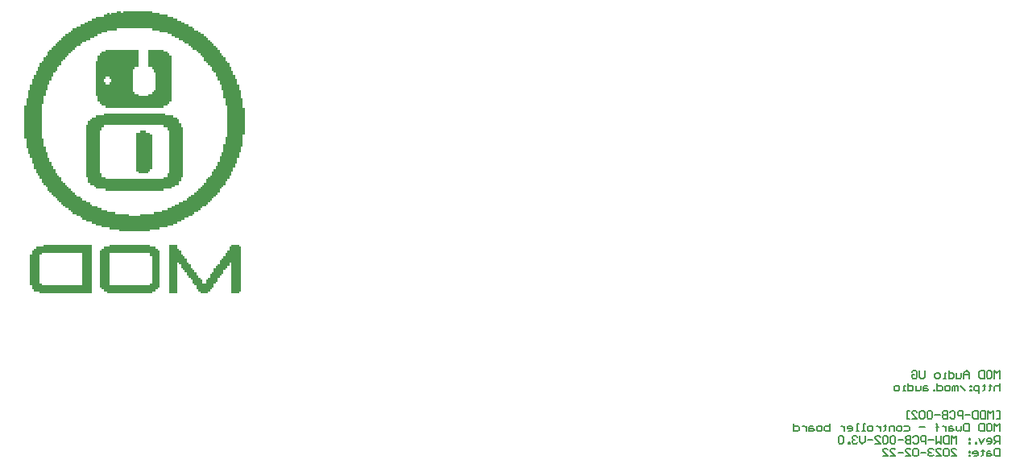
<source format=gbo>
G04*
G04 #@! TF.GenerationSoftware,Altium Limited,Altium Designer,22.1.2 (22)*
G04*
G04 Layer_Color=32896*
%FSLAX44Y44*%
%MOMM*%
G71*
G04*
G04 #@! TF.SameCoordinates,5463F463-4975-4F5A-9DDE-372079C73D9D*
G04*
G04*
G04 #@! TF.FilePolarity,Positive*
G04*
G01*
G75*
%ADD16C,0.1500*%
G36*
X1116330Y484378D02*
Y482346D01*
Y480314D01*
Y478282D01*
Y476250D01*
Y474218D01*
Y472186D01*
Y470154D01*
Y468122D01*
Y466090D01*
Y464058D01*
Y462026D01*
Y459994D01*
Y457962D01*
Y455930D01*
Y453898D01*
Y451866D01*
Y449834D01*
Y447802D01*
Y445770D01*
Y443738D01*
Y441706D01*
Y439674D01*
Y437642D01*
Y435610D01*
X1061466D01*
Y437642D01*
X1055370D01*
Y439674D01*
X1053338D01*
Y441706D01*
Y443738D01*
X1051306D01*
Y445770D01*
Y447802D01*
Y449834D01*
Y451866D01*
Y453898D01*
Y455930D01*
Y457962D01*
Y459994D01*
Y462026D01*
Y464058D01*
Y466090D01*
Y468122D01*
Y470154D01*
Y472186D01*
Y474218D01*
Y476250D01*
X1053338D01*
Y478282D01*
Y480314D01*
X1055370D01*
Y482346D01*
X1057402D01*
Y484378D01*
X1065530D01*
Y486410D01*
X1116330D01*
Y484378D01*
D02*
G37*
G36*
X1177290D02*
X1183386D01*
Y482346D01*
X1185418D01*
Y480314D01*
X1187450D01*
Y478282D01*
Y476250D01*
Y474218D01*
Y472186D01*
Y470154D01*
Y468122D01*
Y466090D01*
Y464058D01*
Y462026D01*
Y459994D01*
Y457962D01*
Y455930D01*
Y453898D01*
Y451866D01*
Y449834D01*
Y447802D01*
Y445770D01*
Y443738D01*
Y441706D01*
X1185418D01*
Y439674D01*
X1183386D01*
Y437642D01*
X1179322D01*
Y435610D01*
X1132586D01*
Y437642D01*
X1128522D01*
Y439674D01*
X1126490D01*
Y441706D01*
X1124458D01*
Y443738D01*
Y445770D01*
Y447802D01*
Y449834D01*
Y451866D01*
Y453898D01*
Y455930D01*
Y457962D01*
Y459994D01*
Y462026D01*
Y464058D01*
Y466090D01*
Y468122D01*
Y470154D01*
Y472186D01*
Y474218D01*
Y476250D01*
Y478282D01*
Y480314D01*
X1126490D01*
Y482346D01*
X1128522D01*
Y484378D01*
X1134618D01*
Y486410D01*
X1177290D01*
Y484378D01*
D02*
G37*
G36*
X1270762D02*
X1272794D01*
Y482346D01*
Y480314D01*
Y478282D01*
Y476250D01*
Y474218D01*
Y472186D01*
Y470154D01*
Y468122D01*
Y466090D01*
Y464058D01*
Y462026D01*
Y459994D01*
Y457962D01*
Y455930D01*
Y453898D01*
Y451866D01*
Y449834D01*
Y447802D01*
Y445770D01*
Y443738D01*
Y441706D01*
Y439674D01*
Y437642D01*
X1270762D01*
Y435610D01*
X1262634D01*
Y437642D01*
Y439674D01*
Y441706D01*
Y443738D01*
Y445770D01*
Y447802D01*
Y449834D01*
Y451866D01*
Y453898D01*
Y455930D01*
Y457962D01*
Y459994D01*
Y462026D01*
Y464058D01*
Y466090D01*
Y468122D01*
X1260602D01*
Y466090D01*
Y464058D01*
X1258570D01*
Y462026D01*
X1256538D01*
Y459994D01*
X1254506D01*
Y457962D01*
Y455930D01*
X1252474D01*
Y453898D01*
X1250442D01*
Y451866D01*
X1248410D01*
Y449834D01*
Y447802D01*
X1246378D01*
Y445770D01*
X1244346D01*
Y443738D01*
Y441706D01*
X1242314D01*
Y439674D01*
X1240282D01*
Y437642D01*
X1238250D01*
Y435610D01*
X1230122D01*
Y437642D01*
X1228090D01*
Y439674D01*
X1226058D01*
Y441706D01*
Y443738D01*
X1224026D01*
Y445770D01*
X1221994D01*
Y447802D01*
Y449834D01*
X1219962D01*
Y451866D01*
X1217930D01*
Y453898D01*
X1215898D01*
Y455930D01*
Y457962D01*
X1213866D01*
Y459994D01*
X1211834D01*
Y462026D01*
X1209802D01*
Y464058D01*
Y466090D01*
X1207770D01*
Y468122D01*
X1205738D01*
Y466090D01*
Y464058D01*
Y462026D01*
Y459994D01*
Y457962D01*
Y455930D01*
Y453898D01*
Y451866D01*
Y449834D01*
Y447802D01*
Y445770D01*
Y443738D01*
Y441706D01*
Y439674D01*
Y437642D01*
Y435610D01*
X1197610D01*
Y437642D01*
Y439674D01*
Y441706D01*
Y443738D01*
Y445770D01*
Y447802D01*
Y449834D01*
Y451866D01*
Y453898D01*
Y455930D01*
Y457962D01*
Y459994D01*
Y462026D01*
Y464058D01*
Y466090D01*
Y468122D01*
Y470154D01*
Y472186D01*
Y474218D01*
Y476250D01*
Y478282D01*
Y480314D01*
Y482346D01*
Y484378D01*
Y486410D01*
X1205738D01*
Y484378D01*
Y482346D01*
X1207770D01*
Y480314D01*
X1209802D01*
Y478282D01*
Y476250D01*
X1211834D01*
Y474218D01*
X1213866D01*
Y472186D01*
X1215898D01*
Y470154D01*
Y468122D01*
X1217930D01*
Y466090D01*
X1219962D01*
Y464058D01*
Y462026D01*
X1221994D01*
Y459994D01*
X1224026D01*
Y457962D01*
X1226058D01*
Y455930D01*
Y453898D01*
X1228090D01*
Y451866D01*
X1230122D01*
Y449834D01*
X1232154D01*
Y447802D01*
Y445770D01*
X1236218D01*
Y447802D01*
Y449834D01*
X1238250D01*
Y451866D01*
X1240282D01*
Y453898D01*
Y455930D01*
X1242314D01*
Y457962D01*
X1244346D01*
Y459994D01*
Y462026D01*
X1246378D01*
Y464058D01*
X1248410D01*
Y466090D01*
X1250442D01*
Y468122D01*
Y470154D01*
X1252474D01*
Y472186D01*
X1254506D01*
Y474218D01*
X1256538D01*
Y476250D01*
Y478282D01*
X1258570D01*
Y480314D01*
X1260602D01*
Y482346D01*
Y484378D01*
X1262634D01*
Y486410D01*
X1270762D01*
Y484378D01*
D02*
G37*
G36*
X1179322Y730250D02*
X1187450D01*
Y728218D01*
X1195578D01*
Y726186D01*
X1201674D01*
Y724154D01*
X1205738D01*
Y722122D01*
X1209802D01*
Y720090D01*
X1213866D01*
Y718058D01*
X1217930D01*
Y716026D01*
X1221994D01*
Y713994D01*
X1224026D01*
Y711962D01*
X1228090D01*
Y709930D01*
X1230122D01*
Y707898D01*
X1234186D01*
Y705866D01*
X1236218D01*
Y703834D01*
X1238250D01*
Y701802D01*
X1240282D01*
Y699770D01*
X1242314D01*
Y697738D01*
X1244346D01*
Y695706D01*
X1246378D01*
Y693674D01*
X1248410D01*
Y691642D01*
X1250442D01*
Y689610D01*
Y687578D01*
X1252474D01*
Y685546D01*
X1254506D01*
Y683514D01*
X1256538D01*
Y681482D01*
Y679450D01*
X1258570D01*
Y677418D01*
X1260602D01*
Y675386D01*
Y673354D01*
X1262634D01*
Y671322D01*
Y669290D01*
X1264666D01*
Y667258D01*
Y665226D01*
X1266698D01*
Y663194D01*
Y661162D01*
X1268730D01*
Y659130D01*
Y657098D01*
Y655066D01*
X1270762D01*
Y653034D01*
Y651002D01*
Y648970D01*
X1272794D01*
Y646938D01*
Y644906D01*
Y642874D01*
Y640842D01*
X1274826D01*
Y638810D01*
Y636778D01*
Y634746D01*
Y632714D01*
Y630682D01*
X1276858D01*
Y628650D01*
Y626618D01*
Y624586D01*
Y622554D01*
Y620522D01*
Y618490D01*
Y616458D01*
Y614426D01*
Y612394D01*
Y610362D01*
Y608330D01*
Y606298D01*
Y604266D01*
Y602234D01*
X1274826D01*
Y600202D01*
Y598170D01*
Y596138D01*
Y594106D01*
Y592074D01*
Y590042D01*
X1272794D01*
Y588010D01*
Y585978D01*
Y583946D01*
X1270762D01*
Y581914D01*
Y579882D01*
Y577850D01*
X1268730D01*
Y575818D01*
Y573786D01*
Y571754D01*
X1266698D01*
Y569722D01*
Y567690D01*
X1264666D01*
Y565658D01*
Y563626D01*
X1262634D01*
Y561594D01*
Y559562D01*
X1260602D01*
Y557530D01*
Y555498D01*
X1258570D01*
Y553466D01*
X1256538D01*
Y551434D01*
Y549402D01*
X1254506D01*
Y547370D01*
X1252474D01*
Y545338D01*
X1250442D01*
Y543306D01*
Y541274D01*
X1248410D01*
Y539242D01*
X1246378D01*
Y537210D01*
X1244346D01*
Y535178D01*
X1242314D01*
Y533146D01*
X1240282D01*
Y531114D01*
X1238250D01*
Y529082D01*
X1236218D01*
Y527050D01*
X1232154D01*
Y525018D01*
X1230122D01*
Y522986D01*
X1228090D01*
Y520954D01*
X1224026D01*
Y518922D01*
X1221994D01*
Y516890D01*
X1217930D01*
Y514858D01*
X1213866D01*
Y512826D01*
X1209802D01*
Y510794D01*
X1205738D01*
Y508762D01*
X1201674D01*
Y506730D01*
X1195578D01*
Y504698D01*
X1187450D01*
Y502666D01*
X1177290D01*
Y500634D01*
X1144778D01*
Y502666D01*
X1134618D01*
Y504698D01*
X1126490D01*
Y506730D01*
X1120394D01*
Y508762D01*
X1116330D01*
Y510794D01*
X1110234D01*
Y512826D01*
X1106170D01*
Y514858D01*
X1104138D01*
Y516890D01*
X1100074D01*
Y518922D01*
X1096010D01*
Y520954D01*
X1093978D01*
Y522986D01*
X1091946D01*
Y525018D01*
X1087882D01*
Y527050D01*
X1085850D01*
Y529082D01*
X1083818D01*
Y531114D01*
X1081786D01*
Y533146D01*
X1079754D01*
Y535178D01*
X1077722D01*
Y537210D01*
X1075690D01*
Y539242D01*
X1073658D01*
Y541274D01*
X1071626D01*
Y543306D01*
X1069594D01*
Y545338D01*
Y547370D01*
X1067562D01*
Y549402D01*
X1065530D01*
Y551434D01*
X1063498D01*
Y553466D01*
Y555498D01*
X1061466D01*
Y557530D01*
Y559562D01*
X1059434D01*
Y561594D01*
X1057402D01*
Y563626D01*
Y565658D01*
X1055370D01*
Y567690D01*
Y569722D01*
Y571754D01*
X1053338D01*
Y573786D01*
Y575818D01*
Y577850D01*
X1051306D01*
Y579882D01*
Y581914D01*
X1049274D01*
Y583946D01*
Y585978D01*
Y588010D01*
X1047242D01*
Y590042D01*
Y592074D01*
Y594106D01*
Y596138D01*
Y598170D01*
X1045210D01*
Y600202D01*
Y602234D01*
Y604266D01*
Y606298D01*
Y608330D01*
Y610362D01*
Y612394D01*
Y614426D01*
Y616458D01*
Y618490D01*
Y620522D01*
Y622554D01*
Y624586D01*
Y626618D01*
Y628650D01*
Y630682D01*
Y632714D01*
X1047242D01*
Y634746D01*
Y636778D01*
Y638810D01*
Y640842D01*
X1049274D01*
Y642874D01*
Y644906D01*
Y646938D01*
Y648970D01*
X1051306D01*
Y651002D01*
Y653034D01*
Y655066D01*
X1053338D01*
Y657098D01*
Y659130D01*
Y661162D01*
X1055370D01*
Y663194D01*
Y665226D01*
X1057402D01*
Y667258D01*
Y669290D01*
X1059434D01*
Y671322D01*
Y673354D01*
X1061466D01*
Y675386D01*
Y677418D01*
X1063498D01*
Y679450D01*
X1065530D01*
Y681482D01*
Y683514D01*
X1067562D01*
Y685546D01*
X1069594D01*
Y687578D01*
Y689610D01*
X1071626D01*
Y691642D01*
X1073658D01*
Y693674D01*
X1075690D01*
Y695706D01*
X1077722D01*
Y697738D01*
X1079754D01*
Y699770D01*
X1081786D01*
Y701802D01*
X1083818D01*
Y703834D01*
X1085850D01*
Y705866D01*
X1087882D01*
Y707898D01*
X1091946D01*
Y709930D01*
X1093978D01*
Y711962D01*
X1096010D01*
Y713994D01*
X1100074D01*
Y716026D01*
X1104138D01*
Y718058D01*
X1108202D01*
Y720090D01*
X1112266D01*
Y722122D01*
X1116330D01*
Y724154D01*
X1120394D01*
Y726186D01*
X1128522D01*
Y728218D01*
X1132586D01*
Y730250D01*
X1134618D01*
Y728218D01*
X1136650D01*
Y730250D01*
X1142746D01*
Y732282D01*
X1146810D01*
Y730250D01*
X1148842D01*
Y732282D01*
X1179322D01*
Y730250D01*
D02*
G37*
%LPC*%
G36*
X1106170Y478282D02*
X1063498D01*
Y476250D01*
X1061466D01*
Y474218D01*
Y472186D01*
Y470154D01*
Y468122D01*
Y466090D01*
Y464058D01*
Y462026D01*
Y459994D01*
Y457962D01*
Y455930D01*
Y453898D01*
Y451866D01*
Y449834D01*
Y447802D01*
Y445770D01*
X1063498D01*
Y443738D01*
X1106170D01*
Y445770D01*
Y447802D01*
Y449834D01*
Y451866D01*
Y453898D01*
Y455930D01*
Y457962D01*
Y459994D01*
Y462026D01*
Y464058D01*
Y466090D01*
Y468122D01*
Y470154D01*
Y472186D01*
Y474218D01*
Y476250D01*
Y478282D01*
D02*
G37*
G36*
X1177290D02*
X1134618D01*
Y476250D01*
Y474218D01*
Y472186D01*
Y470154D01*
Y468122D01*
Y466090D01*
Y464058D01*
Y462026D01*
Y459994D01*
Y457962D01*
Y455930D01*
Y453898D01*
Y451866D01*
Y449834D01*
Y447802D01*
Y445770D01*
Y443738D01*
X1177290D01*
Y445770D01*
X1179322D01*
Y447802D01*
Y449834D01*
Y451866D01*
Y453898D01*
Y455930D01*
Y457962D01*
Y459994D01*
Y462026D01*
Y464058D01*
Y466090D01*
Y468122D01*
Y470154D01*
Y472186D01*
Y474218D01*
X1177290D01*
Y476250D01*
Y478282D01*
D02*
G37*
G36*
X1179322Y713994D02*
X1142746D01*
Y711962D01*
X1132586D01*
Y709930D01*
X1126490D01*
Y707898D01*
X1122426D01*
Y705866D01*
X1118362D01*
Y703834D01*
X1114298D01*
Y701802D01*
X1110234D01*
Y699770D01*
X1106170D01*
Y697738D01*
X1104138D01*
Y695706D01*
X1100074D01*
Y693674D01*
X1098042D01*
Y691642D01*
X1096010D01*
Y689610D01*
X1093978D01*
Y687578D01*
X1091946D01*
Y685546D01*
X1089914D01*
Y683514D01*
X1087882D01*
Y681482D01*
X1085850D01*
Y679450D01*
X1083818D01*
Y677418D01*
Y675386D01*
X1081786D01*
Y673354D01*
X1079754D01*
Y671322D01*
Y669290D01*
X1077722D01*
Y667258D01*
X1075690D01*
Y665226D01*
Y663194D01*
X1073658D01*
Y661162D01*
Y659130D01*
X1071626D01*
Y657098D01*
Y655066D01*
X1069594D01*
Y653034D01*
Y651002D01*
Y648970D01*
X1067562D01*
Y646938D01*
Y644906D01*
Y642874D01*
X1065530D01*
Y640842D01*
Y638810D01*
Y636778D01*
Y634746D01*
X1063498D01*
Y632714D01*
Y630682D01*
Y628650D01*
Y626618D01*
Y624586D01*
Y622554D01*
Y620522D01*
Y618490D01*
Y616458D01*
Y614426D01*
Y612394D01*
Y610362D01*
Y608330D01*
Y606298D01*
Y604266D01*
Y602234D01*
Y600202D01*
Y598170D01*
X1065530D01*
Y596138D01*
Y594106D01*
Y592074D01*
Y590042D01*
X1067562D01*
Y588010D01*
Y585978D01*
Y583946D01*
X1069594D01*
Y581914D01*
Y579882D01*
Y577850D01*
X1071626D01*
Y575818D01*
Y573786D01*
X1073658D01*
Y571754D01*
Y569722D01*
X1075690D01*
Y567690D01*
Y565658D01*
X1077722D01*
Y563626D01*
Y561594D01*
X1079754D01*
Y559562D01*
X1081786D01*
Y557530D01*
X1083818D01*
Y555498D01*
Y553466D01*
X1085850D01*
Y551434D01*
X1087882D01*
Y549402D01*
X1089914D01*
Y547370D01*
X1091946D01*
Y545338D01*
X1093978D01*
Y543306D01*
X1096010D01*
Y541274D01*
X1098042D01*
Y539242D01*
X1100074D01*
Y537210D01*
X1104138D01*
Y535178D01*
X1106170D01*
Y533146D01*
X1110234D01*
Y531114D01*
X1114298D01*
Y529082D01*
X1116330D01*
Y527050D01*
X1122426D01*
Y525018D01*
X1126490D01*
Y522986D01*
X1132586D01*
Y520954D01*
X1140714D01*
Y518922D01*
X1154938D01*
Y516890D01*
X1167130D01*
Y518922D01*
X1181354D01*
Y520954D01*
X1189482D01*
Y522986D01*
X1195578D01*
Y525018D01*
X1199642D01*
Y527050D01*
X1203706D01*
Y529082D01*
X1207770D01*
Y531114D01*
X1211834D01*
Y533146D01*
X1215898D01*
Y535178D01*
X1217930D01*
Y537210D01*
X1219962D01*
Y539242D01*
X1224026D01*
Y541274D01*
X1226058D01*
Y543306D01*
X1228090D01*
Y545338D01*
X1230122D01*
Y547370D01*
X1232154D01*
Y549402D01*
X1234186D01*
Y551434D01*
X1236218D01*
Y553466D01*
Y555498D01*
X1238250D01*
Y557530D01*
X1240282D01*
Y559562D01*
X1242314D01*
Y561594D01*
Y563626D01*
X1244346D01*
Y565658D01*
X1246378D01*
Y567690D01*
Y569722D01*
X1248410D01*
Y571754D01*
Y573786D01*
X1250442D01*
Y575818D01*
Y577850D01*
Y579882D01*
X1252474D01*
Y581914D01*
Y583946D01*
X1254506D01*
Y585978D01*
Y588010D01*
Y590042D01*
Y592074D01*
X1256538D01*
Y594106D01*
Y596138D01*
Y598170D01*
Y600202D01*
X1258570D01*
Y602234D01*
Y604266D01*
Y606298D01*
Y608330D01*
Y610362D01*
Y612394D01*
Y614426D01*
Y616458D01*
Y618490D01*
Y620522D01*
Y622554D01*
Y624586D01*
Y626618D01*
Y628650D01*
Y630682D01*
Y632714D01*
X1256538D01*
Y634746D01*
Y636778D01*
Y638810D01*
Y640842D01*
X1254506D01*
Y642874D01*
Y644906D01*
Y646938D01*
Y648970D01*
X1252474D01*
Y651002D01*
Y653034D01*
Y655066D01*
X1250442D01*
Y657098D01*
Y659130D01*
X1248410D01*
Y661162D01*
Y663194D01*
X1246378D01*
Y665226D01*
Y667258D01*
X1244346D01*
Y669290D01*
X1242314D01*
Y671322D01*
Y673354D01*
X1240282D01*
Y675386D01*
X1238250D01*
Y677418D01*
X1236218D01*
Y679450D01*
X1234186D01*
Y681482D01*
Y683514D01*
X1232154D01*
Y685546D01*
X1230122D01*
Y687578D01*
X1228090D01*
Y689610D01*
X1226058D01*
Y691642D01*
X1221994D01*
Y693674D01*
X1219962D01*
Y695706D01*
X1217930D01*
Y697738D01*
X1213866D01*
Y699770D01*
X1211834D01*
Y701802D01*
X1207770D01*
Y703834D01*
X1203706D01*
Y705866D01*
X1199642D01*
Y707898D01*
X1195578D01*
Y709930D01*
X1187450D01*
Y711962D01*
X1179322D01*
Y713994D01*
D02*
G37*
%LPD*%
G36*
X1191514Y689610D02*
X1195578D01*
Y687578D01*
X1197610D01*
Y685546D01*
X1199642D01*
Y683514D01*
Y681482D01*
Y679450D01*
Y677418D01*
Y675386D01*
Y673354D01*
Y671322D01*
Y669290D01*
Y667258D01*
Y665226D01*
Y663194D01*
Y661162D01*
Y659130D01*
Y657098D01*
Y655066D01*
Y653034D01*
Y651002D01*
Y648970D01*
Y646938D01*
Y644906D01*
Y642874D01*
Y640842D01*
Y638810D01*
Y636778D01*
X1197610D01*
Y634746D01*
X1195578D01*
Y632714D01*
X1191514D01*
Y630682D01*
X1130554D01*
Y632714D01*
X1126490D01*
Y634746D01*
X1124458D01*
Y636778D01*
X1122426D01*
Y638810D01*
Y640842D01*
Y642874D01*
X1120394D01*
Y644906D01*
Y646938D01*
Y648970D01*
Y651002D01*
Y653034D01*
Y655066D01*
Y657098D01*
Y659130D01*
Y661162D01*
Y663194D01*
Y665226D01*
Y667258D01*
Y669290D01*
Y671322D01*
Y673354D01*
Y675386D01*
Y677418D01*
Y679450D01*
X1122426D01*
Y681482D01*
Y683514D01*
Y685546D01*
X1124458D01*
Y687578D01*
X1126490D01*
Y689610D01*
X1130554D01*
Y691642D01*
X1165098D01*
Y689610D01*
Y687578D01*
Y685546D01*
Y683514D01*
Y681482D01*
Y679450D01*
Y677418D01*
Y675386D01*
Y673354D01*
X1161034D01*
Y671322D01*
X1159002D01*
Y669290D01*
Y667258D01*
Y665226D01*
Y663194D01*
Y661162D01*
Y659130D01*
Y657098D01*
Y655066D01*
Y653034D01*
Y651002D01*
Y648970D01*
Y646938D01*
X1161034D01*
Y644906D01*
X1165098D01*
Y642874D01*
X1175258D01*
Y644906D01*
X1179322D01*
Y646938D01*
X1181354D01*
Y648970D01*
X1183386D01*
Y651002D01*
Y653034D01*
Y655066D01*
Y657098D01*
Y659130D01*
Y661162D01*
Y663194D01*
Y665226D01*
Y667258D01*
X1181354D01*
Y669290D01*
Y671322D01*
X1179322D01*
Y673354D01*
X1175258D01*
Y675386D01*
Y677418D01*
Y679450D01*
Y681482D01*
Y683514D01*
Y685546D01*
Y687578D01*
Y689610D01*
Y691642D01*
X1191514D01*
Y689610D01*
D02*
G37*
G36*
X1193546Y622554D02*
X1201674D01*
Y620522D01*
X1205738D01*
Y618490D01*
X1207770D01*
Y616458D01*
Y614426D01*
X1209802D01*
Y612394D01*
Y610362D01*
X1211834D01*
Y608330D01*
Y606298D01*
Y604266D01*
Y602234D01*
Y600202D01*
Y598170D01*
Y596138D01*
Y594106D01*
Y592074D01*
Y590042D01*
Y588010D01*
Y585978D01*
Y583946D01*
Y581914D01*
Y579882D01*
Y577850D01*
Y575818D01*
Y573786D01*
Y571754D01*
Y569722D01*
Y567690D01*
Y565658D01*
Y563626D01*
Y561594D01*
Y559562D01*
Y557530D01*
X1209802D01*
Y555498D01*
Y553466D01*
X1207770D01*
Y551434D01*
Y549402D01*
X1203706D01*
Y547370D01*
X1199642D01*
Y545338D01*
X1191514D01*
Y543306D01*
X1130554D01*
Y545338D01*
X1120394D01*
Y547370D01*
X1118362D01*
Y549402D01*
X1114298D01*
Y551434D01*
X1112266D01*
Y553466D01*
Y555498D01*
Y557530D01*
X1110234D01*
Y559562D01*
Y561594D01*
Y563626D01*
Y565658D01*
Y567690D01*
Y569722D01*
Y571754D01*
Y573786D01*
Y575818D01*
Y577850D01*
Y579882D01*
Y581914D01*
Y583946D01*
Y585978D01*
Y588010D01*
Y590042D01*
Y592074D01*
Y594106D01*
Y596138D01*
Y598170D01*
Y600202D01*
Y602234D01*
Y604266D01*
Y606298D01*
Y608330D01*
Y610362D01*
Y612394D01*
X1112266D01*
Y614426D01*
Y616458D01*
X1114298D01*
Y618490D01*
X1116330D01*
Y620522D01*
X1120394D01*
Y622554D01*
X1128522D01*
Y624586D01*
X1193546D01*
Y622554D01*
D02*
G37*
%LPC*%
G36*
X1134618Y663194D02*
X1130554D01*
Y661162D01*
X1128522D01*
Y659130D01*
Y657098D01*
X1130554D01*
Y655066D01*
X1134618D01*
Y657098D01*
X1136650D01*
Y659130D01*
Y661162D01*
X1134618D01*
Y663194D01*
D02*
G37*
G36*
X1191514Y612394D02*
X1128522D01*
Y610362D01*
X1126490D01*
Y608330D01*
Y606298D01*
X1124458D01*
Y604266D01*
Y602234D01*
Y600202D01*
Y598170D01*
Y596138D01*
Y594106D01*
Y592074D01*
Y590042D01*
Y588010D01*
Y585978D01*
Y583946D01*
Y581914D01*
Y579882D01*
Y577850D01*
Y575818D01*
Y573786D01*
Y571754D01*
Y569722D01*
Y567690D01*
Y565658D01*
Y563626D01*
Y561594D01*
X1126490D01*
Y559562D01*
Y557530D01*
X1130554D01*
Y555498D01*
X1191514D01*
Y557530D01*
X1195578D01*
Y559562D01*
Y561594D01*
X1197610D01*
Y563626D01*
Y565658D01*
Y567690D01*
Y569722D01*
Y571754D01*
Y573786D01*
Y575818D01*
Y577850D01*
Y579882D01*
Y581914D01*
Y583946D01*
Y585978D01*
Y588010D01*
Y590042D01*
Y592074D01*
Y594106D01*
Y596138D01*
Y598170D01*
Y600202D01*
Y602234D01*
Y604266D01*
Y606298D01*
X1195578D01*
Y608330D01*
Y610362D01*
X1191514D01*
Y612394D01*
D02*
G37*
%LPD*%
G36*
X1173226Y604266D02*
X1177290D01*
Y602234D01*
X1179322D01*
Y600202D01*
Y598170D01*
Y596138D01*
Y594106D01*
Y592074D01*
Y590042D01*
Y588010D01*
Y585978D01*
Y583946D01*
Y581914D01*
Y579882D01*
Y577850D01*
Y575818D01*
Y573786D01*
Y571754D01*
Y569722D01*
Y567690D01*
Y565658D01*
X1177290D01*
Y563626D01*
X1175258D01*
Y561594D01*
X1165098D01*
Y563626D01*
X1163066D01*
Y565658D01*
Y567690D01*
Y569722D01*
Y571754D01*
Y573786D01*
Y575818D01*
Y577850D01*
Y579882D01*
Y581914D01*
Y583946D01*
Y585978D01*
Y588010D01*
Y590042D01*
Y592074D01*
Y594106D01*
Y596138D01*
Y598170D01*
Y600202D01*
Y602234D01*
Y604266D01*
X1167130D01*
Y606298D01*
X1173226D01*
Y604266D01*
D02*
G37*
D16*
X2069870Y346237D02*
Y354234D01*
X2067204Y351568D01*
X2064538Y354234D01*
Y346237D01*
X2057874Y354234D02*
X2060540D01*
X2061873Y352901D01*
Y347570D01*
X2060540Y346237D01*
X2057874D01*
X2056541Y347570D01*
Y352901D01*
X2057874Y354234D01*
X2053875D02*
Y346237D01*
X2049877D01*
X2048544Y347570D01*
Y352901D01*
X2049877Y354234D01*
X2053875D01*
X2037880Y346237D02*
Y351568D01*
X2035215Y354234D01*
X2032549Y351568D01*
Y346237D01*
Y350235D01*
X2037880D01*
X2029883Y351568D02*
Y347570D01*
X2028550Y346237D01*
X2024551D01*
Y351568D01*
X2016554Y354234D02*
Y346237D01*
X2020553D01*
X2021886Y347570D01*
Y350235D01*
X2020553Y351568D01*
X2016554D01*
X2013888Y346237D02*
X2011222D01*
X2012555D01*
Y351568D01*
X2013888D01*
X2005891Y346237D02*
X2003225D01*
X2001892Y347570D01*
Y350235D01*
X2003225Y351568D01*
X2005891D01*
X2007224Y350235D01*
Y347570D01*
X2005891Y346237D01*
X1991229Y354234D02*
Y347570D01*
X1989896Y346237D01*
X1987230D01*
X1985897Y347570D01*
Y354234D01*
X1977900Y352901D02*
X1979233Y354234D01*
X1981898D01*
X1983231Y352901D01*
Y347570D01*
X1981898Y346237D01*
X1979233D01*
X1977900Y347570D01*
Y350235D01*
X1980565D01*
X2069870Y341037D02*
Y333040D01*
Y337039D01*
X2068537Y338372D01*
X2065871D01*
X2064538Y337039D01*
Y333040D01*
X2060540Y339704D02*
Y338372D01*
X2061873D01*
X2059207D01*
X2060540D01*
Y334373D01*
X2059207Y333040D01*
X2053875Y339704D02*
Y338372D01*
X2055208D01*
X2052542D01*
X2053875D01*
Y334373D01*
X2052542Y333040D01*
X2048544Y330374D02*
Y338372D01*
X2044545D01*
X2043212Y337039D01*
Y334373D01*
X2044545Y333040D01*
X2048544D01*
X2040546Y338372D02*
X2039213D01*
Y337039D01*
X2040546D01*
Y338372D01*
Y334373D02*
X2039213D01*
Y333040D01*
X2040546D01*
Y334373D01*
X2033882Y333040D02*
X2028550Y338372D01*
X2025884Y333040D02*
Y338372D01*
X2024551D01*
X2023218Y337039D01*
Y333040D01*
Y337039D01*
X2021886Y338372D01*
X2020553Y337039D01*
Y333040D01*
X2016554D02*
X2013888D01*
X2012555Y334373D01*
Y337039D01*
X2013888Y338372D01*
X2016554D01*
X2017887Y337039D01*
Y334373D01*
X2016554Y333040D01*
X2004558Y341037D02*
Y333040D01*
X2008556D01*
X2009889Y334373D01*
Y337039D01*
X2008556Y338372D01*
X2004558D01*
X2001892Y333040D02*
Y334373D01*
X2000559D01*
Y333040D01*
X2001892D01*
X1993895Y338372D02*
X1991229D01*
X1989896Y337039D01*
Y333040D01*
X1993895D01*
X1995227Y334373D01*
X1993895Y335706D01*
X1989896D01*
X1987230Y338372D02*
Y334373D01*
X1985897Y333040D01*
X1981898D01*
Y338372D01*
X1973901Y341037D02*
Y333040D01*
X1977900D01*
X1979233Y334373D01*
Y337039D01*
X1977900Y338372D01*
X1973901D01*
X1971235Y333040D02*
X1968569D01*
X1969902D01*
Y338372D01*
X1971235D01*
X1963238Y333040D02*
X1960572D01*
X1959239Y334373D01*
Y337039D01*
X1960572Y338372D01*
X1963238D01*
X1964571Y337039D01*
Y334373D01*
X1963238Y333040D01*
X2067204Y303980D02*
X2069870D01*
Y311978D01*
X2067204D01*
X2063206Y303980D02*
Y311978D01*
X2060540Y309312D01*
X2057874Y311978D01*
Y303980D01*
X2055208Y311978D02*
Y303980D01*
X2051209D01*
X2049877Y305313D01*
Y310645D01*
X2051209Y311978D01*
X2055208D01*
X2047211D02*
Y303980D01*
X2043212D01*
X2041879Y305313D01*
Y310645D01*
X2043212Y311978D01*
X2047211D01*
X2039213Y307979D02*
X2033882D01*
X2031216Y303980D02*
Y311978D01*
X2027217D01*
X2025884Y310645D01*
Y307979D01*
X2027217Y306646D01*
X2031216D01*
X2017887Y310645D02*
X2019220Y311978D01*
X2021886D01*
X2023218Y310645D01*
Y305313D01*
X2021886Y303980D01*
X2019220D01*
X2017887Y305313D01*
X2015221Y311978D02*
Y303980D01*
X2011222D01*
X2009889Y305313D01*
Y306646D01*
X2011222Y307979D01*
X2015221D01*
X2011222D01*
X2009889Y309312D01*
Y310645D01*
X2011222Y311978D01*
X2015221D01*
X2007224Y307979D02*
X2001892D01*
X1999226Y310645D02*
X1997893Y311978D01*
X1995227D01*
X1993895Y310645D01*
Y305313D01*
X1995227Y303980D01*
X1997893D01*
X1999226Y305313D01*
Y310645D01*
X1991229D02*
X1989896Y311978D01*
X1987230D01*
X1985897Y310645D01*
Y305313D01*
X1987230Y303980D01*
X1989896D01*
X1991229Y305313D01*
Y310645D01*
X1977900Y303980D02*
X1983231D01*
X1977900Y309312D01*
Y310645D01*
X1979233Y311978D01*
X1981898D01*
X1983231Y310645D01*
X1975234Y303980D02*
X1972568D01*
Y311978D01*
X1975234D01*
X2069870Y290784D02*
Y298781D01*
X2067204Y296115D01*
X2064538Y298781D01*
Y290784D01*
X2057874Y298781D02*
X2060540D01*
X2061873Y297448D01*
Y292117D01*
X2060540Y290784D01*
X2057874D01*
X2056541Y292117D01*
Y297448D01*
X2057874Y298781D01*
X2053875D02*
Y290784D01*
X2049877D01*
X2048544Y292117D01*
Y297448D01*
X2049877Y298781D01*
X2053875D01*
X2037880D02*
Y290784D01*
X2033882D01*
X2032549Y292117D01*
Y297448D01*
X2033882Y298781D01*
X2037880D01*
X2029883Y296115D02*
Y292117D01*
X2028550Y290784D01*
X2027217Y292117D01*
X2025884Y290784D01*
X2024551Y292117D01*
Y296115D01*
X2020553D02*
X2017887D01*
X2016554Y294782D01*
Y290784D01*
X2020553D01*
X2021886Y292117D01*
X2020553Y293449D01*
X2016554D01*
X2013888Y296115D02*
Y290784D01*
Y293449D01*
X2012555Y294782D01*
X2011222Y296115D01*
X2009889D01*
X2004558Y290784D02*
Y297448D01*
Y294782D01*
X2005891D01*
X2003225D01*
X2004558D01*
Y297448D01*
X2003225Y298781D01*
X1991229Y294782D02*
X1985897D01*
X1969902Y296115D02*
X1973901D01*
X1975234Y294782D01*
Y292117D01*
X1973901Y290784D01*
X1969902D01*
X1965904D02*
X1963238D01*
X1961905Y292117D01*
Y294782D01*
X1963238Y296115D01*
X1965904D01*
X1967236Y294782D01*
Y292117D01*
X1965904Y290784D01*
X1959239D02*
Y296115D01*
X1955240D01*
X1953907Y294782D01*
Y290784D01*
X1949909Y297448D02*
Y296115D01*
X1951242D01*
X1948576D01*
X1949909D01*
Y292117D01*
X1948576Y290784D01*
X1944577Y296115D02*
Y290784D01*
Y293449D01*
X1943244Y294782D01*
X1941911Y296115D01*
X1940578D01*
X1935247Y290784D02*
X1932581D01*
X1931248Y292117D01*
Y294782D01*
X1932581Y296115D01*
X1935247D01*
X1936580Y294782D01*
Y292117D01*
X1935247Y290784D01*
X1928582D02*
X1925916D01*
X1927249D01*
Y298781D01*
X1928582D01*
X1921918Y290784D02*
X1919252D01*
X1920585D01*
Y298781D01*
X1921918D01*
X1911254Y290784D02*
X1913920D01*
X1915253Y292117D01*
Y294782D01*
X1913920Y296115D01*
X1911254D01*
X1909922Y294782D01*
Y293449D01*
X1915253D01*
X1907256Y296115D02*
Y290784D01*
Y293449D01*
X1905923Y294782D01*
X1904590Y296115D01*
X1903257D01*
X1891261Y298781D02*
Y290784D01*
X1887262D01*
X1885929Y292117D01*
Y293449D01*
Y294782D01*
X1887262Y296115D01*
X1891261D01*
X1881931Y290784D02*
X1879265D01*
X1877932Y292117D01*
Y294782D01*
X1879265Y296115D01*
X1881931D01*
X1883264Y294782D01*
Y292117D01*
X1881931Y290784D01*
X1873933Y296115D02*
X1871267D01*
X1869935Y294782D01*
Y290784D01*
X1873933D01*
X1875266Y292117D01*
X1873933Y293449D01*
X1869935D01*
X1867269Y296115D02*
Y290784D01*
Y293449D01*
X1865936Y294782D01*
X1864603Y296115D01*
X1863270D01*
X1853940Y298781D02*
Y290784D01*
X1857938D01*
X1859271Y292117D01*
Y294782D01*
X1857938Y296115D01*
X1853940D01*
X2069870Y277587D02*
Y285584D01*
X2065871D01*
X2064538Y284251D01*
Y281586D01*
X2065871Y280253D01*
X2069870D01*
X2067204D02*
X2064538Y277587D01*
X2057874D02*
X2060540D01*
X2061873Y278920D01*
Y281586D01*
X2060540Y282918D01*
X2057874D01*
X2056541Y281586D01*
Y280253D01*
X2061873D01*
X2053875Y282918D02*
X2051209Y277587D01*
X2048544Y282918D01*
X2045878Y277587D02*
Y278920D01*
X2044545D01*
Y277587D01*
X2045878D01*
X2039213Y282918D02*
X2037880D01*
Y281586D01*
X2039213D01*
Y282918D01*
Y278920D02*
X2037880D01*
Y277587D01*
X2039213D01*
Y278920D01*
X2024551Y277587D02*
Y285584D01*
X2021886Y282918D01*
X2019220Y285584D01*
Y277587D01*
X2016554Y285584D02*
Y277587D01*
X2012555D01*
X2011222Y278920D01*
Y284251D01*
X2012555Y285584D01*
X2016554D01*
X2008557D02*
Y277587D01*
X2005891Y280253D01*
X2003225Y277587D01*
Y285584D01*
X2000559Y281586D02*
X1995227D01*
X1992562Y277587D02*
Y285584D01*
X1988563D01*
X1987230Y284251D01*
Y281586D01*
X1988563Y280253D01*
X1992562D01*
X1979233Y284251D02*
X1980565Y285584D01*
X1983231D01*
X1984564Y284251D01*
Y278920D01*
X1983231Y277587D01*
X1980565D01*
X1979233Y278920D01*
X1976567Y285584D02*
Y277587D01*
X1972568D01*
X1971235Y278920D01*
Y280253D01*
X1972568Y281586D01*
X1976567D01*
X1972568D01*
X1971235Y282918D01*
Y284251D01*
X1972568Y285584D01*
X1976567D01*
X1968569Y281586D02*
X1963238D01*
X1960572Y284251D02*
X1959239Y285584D01*
X1956573D01*
X1955240Y284251D01*
Y278920D01*
X1956573Y277587D01*
X1959239D01*
X1960572Y278920D01*
Y284251D01*
X1952574D02*
X1951242Y285584D01*
X1948576D01*
X1947243Y284251D01*
Y278920D01*
X1948576Y277587D01*
X1951242D01*
X1952574Y278920D01*
Y284251D01*
X1939245Y277587D02*
X1944577D01*
X1939245Y282918D01*
Y284251D01*
X1940578Y285584D01*
X1943244D01*
X1944577Y284251D01*
X1936580Y281586D02*
X1931248D01*
X1928582Y285584D02*
Y280253D01*
X1925916Y277587D01*
X1923251Y280253D01*
Y285584D01*
X1920585Y284251D02*
X1919252Y285584D01*
X1916586D01*
X1915253Y284251D01*
Y282918D01*
X1916586Y281586D01*
X1917919D01*
X1916586D01*
X1915253Y280253D01*
Y278920D01*
X1916586Y277587D01*
X1919252D01*
X1920585Y278920D01*
X1912587Y277587D02*
Y278920D01*
X1911254D01*
Y277587D01*
X1912587D01*
X1905923Y284251D02*
X1904590Y285584D01*
X1901924D01*
X1900591Y284251D01*
Y278920D01*
X1901924Y277587D01*
X1904590D01*
X1905923Y278920D01*
Y284251D01*
X2069870Y272387D02*
Y264390D01*
X2065871D01*
X2064538Y265723D01*
Y271054D01*
X2065871Y272387D01*
X2069870D01*
X2060540Y269722D02*
X2057874D01*
X2056541Y268389D01*
Y264390D01*
X2060540D01*
X2061873Y265723D01*
X2060540Y267056D01*
X2056541D01*
X2052542Y271054D02*
Y269722D01*
X2053875D01*
X2051209D01*
X2052542D01*
Y265723D01*
X2051209Y264390D01*
X2043212D02*
X2045878D01*
X2047211Y265723D01*
Y268389D01*
X2045878Y269722D01*
X2043212D01*
X2041879Y268389D01*
Y267056D01*
X2047211D01*
X2039213Y269722D02*
X2037880D01*
Y268389D01*
X2039213D01*
Y269722D01*
Y265723D02*
X2037880D01*
Y264390D01*
X2039213D01*
Y265723D01*
X2019220Y264390D02*
X2024551D01*
X2019220Y269722D01*
Y271054D01*
X2020553Y272387D01*
X2023218D01*
X2024551Y271054D01*
X2016554D02*
X2015221Y272387D01*
X2012555D01*
X2011222Y271054D01*
Y265723D01*
X2012555Y264390D01*
X2015221D01*
X2016554Y265723D01*
Y271054D01*
X2003225Y264390D02*
X2008557D01*
X2003225Y269722D01*
Y271054D01*
X2004558Y272387D01*
X2007224D01*
X2008557Y271054D01*
X2000559D02*
X1999226Y272387D01*
X1996560D01*
X1995227Y271054D01*
Y269722D01*
X1996560Y268389D01*
X1997893D01*
X1996560D01*
X1995227Y267056D01*
Y265723D01*
X1996560Y264390D01*
X1999226D01*
X2000559Y265723D01*
X1992562Y268389D02*
X1987230D01*
X1984564Y271054D02*
X1983231Y272387D01*
X1980565D01*
X1979233Y271054D01*
Y265723D01*
X1980565Y264390D01*
X1983231D01*
X1984564Y265723D01*
Y271054D01*
X1971235Y264390D02*
X1976567D01*
X1971235Y269722D01*
Y271054D01*
X1972568Y272387D01*
X1975234D01*
X1976567Y271054D01*
X1968569Y268389D02*
X1963238D01*
X1955240Y264390D02*
X1960572D01*
X1955240Y269722D01*
Y271054D01*
X1956573Y272387D01*
X1959239D01*
X1960572Y271054D01*
X1947243Y264390D02*
X1952574D01*
X1947243Y269722D01*
Y271054D01*
X1948576Y272387D01*
X1951242D01*
X1952574Y271054D01*
M02*

</source>
